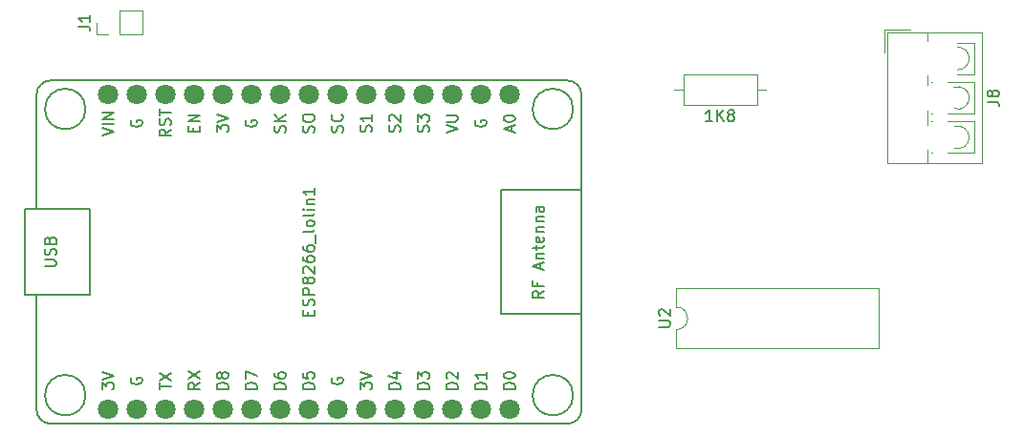
<source format=gbr>
%TF.GenerationSoftware,KiCad,Pcbnew,(6.0.10)*%
%TF.CreationDate,2023-04-28T14:23:09-06:00*%
%TF.ProjectId,H2O-Esquem_tico_2023ver3-KiCad,48324f2d-4573-4717-9565-6de17469636f,rev?*%
%TF.SameCoordinates,Original*%
%TF.FileFunction,Legend,Top*%
%TF.FilePolarity,Positive*%
%FSLAX46Y46*%
G04 Gerber Fmt 4.6, Leading zero omitted, Abs format (unit mm)*
G04 Created by KiCad (PCBNEW (6.0.10)) date 2023-04-28 14:23:09*
%MOMM*%
%LPD*%
G01*
G04 APERTURE LIST*
%ADD10C,0.150000*%
%ADD11C,0.120000*%
%ADD12C,1.800000*%
G04 APERTURE END LIST*
D10*
%TO.C,U2*%
X147817380Y-93001904D02*
X148626904Y-93001904D01*
X148722142Y-92954285D01*
X148769761Y-92906666D01*
X148817380Y-92811428D01*
X148817380Y-92620952D01*
X148769761Y-92525714D01*
X148722142Y-92478095D01*
X148626904Y-92430476D01*
X147817380Y-92430476D01*
X147912619Y-92001904D02*
X147865000Y-91954285D01*
X147817380Y-91859047D01*
X147817380Y-91620952D01*
X147865000Y-91525714D01*
X147912619Y-91478095D01*
X148007857Y-91430476D01*
X148103095Y-91430476D01*
X148245952Y-91478095D01*
X148817380Y-92049523D01*
X148817380Y-91430476D01*
%TO.C,J1*%
X96452380Y-66343166D02*
X97166666Y-66343166D01*
X97309523Y-66390785D01*
X97404761Y-66486023D01*
X97452380Y-66628880D01*
X97452380Y-66724118D01*
X97452380Y-65343166D02*
X97452380Y-65914594D01*
X97452380Y-65628880D02*
X96452380Y-65628880D01*
X96595238Y-65724118D01*
X96690476Y-65819356D01*
X96738095Y-65914594D01*
%TO.C,ESP8266_lolin1*%
X116768571Y-91979047D02*
X116768571Y-91645714D01*
X117292380Y-91502857D02*
X117292380Y-91979047D01*
X116292380Y-91979047D01*
X116292380Y-91502857D01*
X117244761Y-91121904D02*
X117292380Y-90979047D01*
X117292380Y-90740952D01*
X117244761Y-90645714D01*
X117197142Y-90598095D01*
X117101904Y-90550476D01*
X117006666Y-90550476D01*
X116911428Y-90598095D01*
X116863809Y-90645714D01*
X116816190Y-90740952D01*
X116768571Y-90931428D01*
X116720952Y-91026666D01*
X116673333Y-91074285D01*
X116578095Y-91121904D01*
X116482857Y-91121904D01*
X116387619Y-91074285D01*
X116340000Y-91026666D01*
X116292380Y-90931428D01*
X116292380Y-90693333D01*
X116340000Y-90550476D01*
X117292380Y-90121904D02*
X116292380Y-90121904D01*
X116292380Y-89740952D01*
X116340000Y-89645714D01*
X116387619Y-89598095D01*
X116482857Y-89550476D01*
X116625714Y-89550476D01*
X116720952Y-89598095D01*
X116768571Y-89645714D01*
X116816190Y-89740952D01*
X116816190Y-90121904D01*
X116720952Y-88979047D02*
X116673333Y-89074285D01*
X116625714Y-89121904D01*
X116530476Y-89169523D01*
X116482857Y-89169523D01*
X116387619Y-89121904D01*
X116340000Y-89074285D01*
X116292380Y-88979047D01*
X116292380Y-88788571D01*
X116340000Y-88693333D01*
X116387619Y-88645714D01*
X116482857Y-88598095D01*
X116530476Y-88598095D01*
X116625714Y-88645714D01*
X116673333Y-88693333D01*
X116720952Y-88788571D01*
X116720952Y-88979047D01*
X116768571Y-89074285D01*
X116816190Y-89121904D01*
X116911428Y-89169523D01*
X117101904Y-89169523D01*
X117197142Y-89121904D01*
X117244761Y-89074285D01*
X117292380Y-88979047D01*
X117292380Y-88788571D01*
X117244761Y-88693333D01*
X117197142Y-88645714D01*
X117101904Y-88598095D01*
X116911428Y-88598095D01*
X116816190Y-88645714D01*
X116768571Y-88693333D01*
X116720952Y-88788571D01*
X116387619Y-88217142D02*
X116340000Y-88169523D01*
X116292380Y-88074285D01*
X116292380Y-87836190D01*
X116340000Y-87740952D01*
X116387619Y-87693333D01*
X116482857Y-87645714D01*
X116578095Y-87645714D01*
X116720952Y-87693333D01*
X117292380Y-88264761D01*
X117292380Y-87645714D01*
X116292380Y-86788571D02*
X116292380Y-86979047D01*
X116340000Y-87074285D01*
X116387619Y-87121904D01*
X116530476Y-87217142D01*
X116720952Y-87264761D01*
X117101904Y-87264761D01*
X117197142Y-87217142D01*
X117244761Y-87169523D01*
X117292380Y-87074285D01*
X117292380Y-86883809D01*
X117244761Y-86788571D01*
X117197142Y-86740952D01*
X117101904Y-86693333D01*
X116863809Y-86693333D01*
X116768571Y-86740952D01*
X116720952Y-86788571D01*
X116673333Y-86883809D01*
X116673333Y-87074285D01*
X116720952Y-87169523D01*
X116768571Y-87217142D01*
X116863809Y-87264761D01*
X116292380Y-85836190D02*
X116292380Y-86026666D01*
X116340000Y-86121904D01*
X116387619Y-86169523D01*
X116530476Y-86264761D01*
X116720952Y-86312380D01*
X117101904Y-86312380D01*
X117197142Y-86264761D01*
X117244761Y-86217142D01*
X117292380Y-86121904D01*
X117292380Y-85931428D01*
X117244761Y-85836190D01*
X117197142Y-85788571D01*
X117101904Y-85740952D01*
X116863809Y-85740952D01*
X116768571Y-85788571D01*
X116720952Y-85836190D01*
X116673333Y-85931428D01*
X116673333Y-86121904D01*
X116720952Y-86217142D01*
X116768571Y-86264761D01*
X116863809Y-86312380D01*
X117387619Y-85550476D02*
X117387619Y-84788571D01*
X117292380Y-84407619D02*
X117244761Y-84502857D01*
X117149523Y-84550476D01*
X116292380Y-84550476D01*
X117292380Y-83883809D02*
X117244761Y-83979047D01*
X117197142Y-84026666D01*
X117101904Y-84074285D01*
X116816190Y-84074285D01*
X116720952Y-84026666D01*
X116673333Y-83979047D01*
X116625714Y-83883809D01*
X116625714Y-83740952D01*
X116673333Y-83645714D01*
X116720952Y-83598095D01*
X116816190Y-83550476D01*
X117101904Y-83550476D01*
X117197142Y-83598095D01*
X117244761Y-83645714D01*
X117292380Y-83740952D01*
X117292380Y-83883809D01*
X117292380Y-82979047D02*
X117244761Y-83074285D01*
X117149523Y-83121904D01*
X116292380Y-83121904D01*
X117292380Y-82598095D02*
X116625714Y-82598095D01*
X116292380Y-82598095D02*
X116340000Y-82645714D01*
X116387619Y-82598095D01*
X116340000Y-82550476D01*
X116292380Y-82598095D01*
X116387619Y-82598095D01*
X116625714Y-82121904D02*
X117292380Y-82121904D01*
X116720952Y-82121904D02*
X116673333Y-82074285D01*
X116625714Y-81979047D01*
X116625714Y-81836190D01*
X116673333Y-81740952D01*
X116768571Y-81693333D01*
X117292380Y-81693333D01*
X117292380Y-80693333D02*
X117292380Y-81264761D01*
X117292380Y-80979047D02*
X116292380Y-80979047D01*
X116435238Y-81074285D01*
X116530476Y-81169523D01*
X116578095Y-81264761D01*
X129992380Y-98528095D02*
X128992380Y-98528095D01*
X128992380Y-98290000D01*
X129040000Y-98147142D01*
X129135238Y-98051904D01*
X129230476Y-98004285D01*
X129420952Y-97956666D01*
X129563809Y-97956666D01*
X129754285Y-98004285D01*
X129849523Y-98051904D01*
X129944761Y-98147142D01*
X129992380Y-98290000D01*
X129992380Y-98528095D01*
X129087619Y-97575714D02*
X129040000Y-97528095D01*
X128992380Y-97432857D01*
X128992380Y-97194761D01*
X129040000Y-97099523D01*
X129087619Y-97051904D01*
X129182857Y-97004285D01*
X129278095Y-97004285D01*
X129420952Y-97051904D01*
X129992380Y-97623333D01*
X129992380Y-97004285D01*
X131580000Y-74668095D02*
X131532380Y-74763333D01*
X131532380Y-74906190D01*
X131580000Y-75049047D01*
X131675238Y-75144285D01*
X131770476Y-75191904D01*
X131960952Y-75239523D01*
X132103809Y-75239523D01*
X132294285Y-75191904D01*
X132389523Y-75144285D01*
X132484761Y-75049047D01*
X132532380Y-74906190D01*
X132532380Y-74810952D01*
X132484761Y-74668095D01*
X132437142Y-74620476D01*
X132103809Y-74620476D01*
X132103809Y-74810952D01*
X98512380Y-76025238D02*
X99512380Y-75691904D01*
X98512380Y-75358571D01*
X99512380Y-75025238D02*
X98512380Y-75025238D01*
X99512380Y-74549047D02*
X98512380Y-74549047D01*
X99512380Y-73977619D01*
X98512380Y-73977619D01*
X122324761Y-75691904D02*
X122372380Y-75549047D01*
X122372380Y-75310952D01*
X122324761Y-75215714D01*
X122277142Y-75168095D01*
X122181904Y-75120476D01*
X122086666Y-75120476D01*
X121991428Y-75168095D01*
X121943809Y-75215714D01*
X121896190Y-75310952D01*
X121848571Y-75501428D01*
X121800952Y-75596666D01*
X121753333Y-75644285D01*
X121658095Y-75691904D01*
X121562857Y-75691904D01*
X121467619Y-75644285D01*
X121420000Y-75596666D01*
X121372380Y-75501428D01*
X121372380Y-75263333D01*
X121420000Y-75120476D01*
X122372380Y-74168095D02*
X122372380Y-74739523D01*
X122372380Y-74453809D02*
X121372380Y-74453809D01*
X121515238Y-74549047D01*
X121610476Y-74644285D01*
X121658095Y-74739523D01*
X109672380Y-98528095D02*
X108672380Y-98528095D01*
X108672380Y-98290000D01*
X108720000Y-98147142D01*
X108815238Y-98051904D01*
X108910476Y-98004285D01*
X109100952Y-97956666D01*
X109243809Y-97956666D01*
X109434285Y-98004285D01*
X109529523Y-98051904D01*
X109624761Y-98147142D01*
X109672380Y-98290000D01*
X109672380Y-98528095D01*
X109100952Y-97385238D02*
X109053333Y-97480476D01*
X109005714Y-97528095D01*
X108910476Y-97575714D01*
X108862857Y-97575714D01*
X108767619Y-97528095D01*
X108720000Y-97480476D01*
X108672380Y-97385238D01*
X108672380Y-97194761D01*
X108720000Y-97099523D01*
X108767619Y-97051904D01*
X108862857Y-97004285D01*
X108910476Y-97004285D01*
X109005714Y-97051904D01*
X109053333Y-97099523D01*
X109100952Y-97194761D01*
X109100952Y-97385238D01*
X109148571Y-97480476D01*
X109196190Y-97528095D01*
X109291428Y-97575714D01*
X109481904Y-97575714D01*
X109577142Y-97528095D01*
X109624761Y-97480476D01*
X109672380Y-97385238D01*
X109672380Y-97194761D01*
X109624761Y-97099523D01*
X109577142Y-97051904D01*
X109481904Y-97004285D01*
X109291428Y-97004285D01*
X109196190Y-97051904D01*
X109148571Y-97099523D01*
X109100952Y-97194761D01*
X107132380Y-97956666D02*
X106656190Y-98290000D01*
X107132380Y-98528095D02*
X106132380Y-98528095D01*
X106132380Y-98147142D01*
X106180000Y-98051904D01*
X106227619Y-98004285D01*
X106322857Y-97956666D01*
X106465714Y-97956666D01*
X106560952Y-98004285D01*
X106608571Y-98051904D01*
X106656190Y-98147142D01*
X106656190Y-98528095D01*
X106132380Y-97623333D02*
X107132380Y-96956666D01*
X106132380Y-96956666D02*
X107132380Y-97623333D01*
X134786666Y-75644285D02*
X134786666Y-75168095D01*
X135072380Y-75739523D02*
X134072380Y-75406190D01*
X135072380Y-75072857D01*
X134072380Y-74549047D02*
X134072380Y-74453809D01*
X134120000Y-74358571D01*
X134167619Y-74310952D01*
X134262857Y-74263333D01*
X134453333Y-74215714D01*
X134691428Y-74215714D01*
X134881904Y-74263333D01*
X134977142Y-74310952D01*
X135024761Y-74358571D01*
X135072380Y-74453809D01*
X135072380Y-74549047D01*
X135024761Y-74644285D01*
X134977142Y-74691904D01*
X134881904Y-74739523D01*
X134691428Y-74787142D01*
X134453333Y-74787142D01*
X134262857Y-74739523D01*
X134167619Y-74691904D01*
X134120000Y-74644285D01*
X134072380Y-74549047D01*
X118880000Y-97528095D02*
X118832380Y-97623333D01*
X118832380Y-97766190D01*
X118880000Y-97909047D01*
X118975238Y-98004285D01*
X119070476Y-98051904D01*
X119260952Y-98099523D01*
X119403809Y-98099523D01*
X119594285Y-98051904D01*
X119689523Y-98004285D01*
X119784761Y-97909047D01*
X119832380Y-97766190D01*
X119832380Y-97670952D01*
X119784761Y-97528095D01*
X119737142Y-97480476D01*
X119403809Y-97480476D01*
X119403809Y-97670952D01*
X101100000Y-97528095D02*
X101052380Y-97623333D01*
X101052380Y-97766190D01*
X101100000Y-97909047D01*
X101195238Y-98004285D01*
X101290476Y-98051904D01*
X101480952Y-98099523D01*
X101623809Y-98099523D01*
X101814285Y-98051904D01*
X101909523Y-98004285D01*
X102004761Y-97909047D01*
X102052380Y-97766190D01*
X102052380Y-97670952D01*
X102004761Y-97528095D01*
X101957142Y-97480476D01*
X101623809Y-97480476D01*
X101623809Y-97670952D01*
X112212380Y-98528095D02*
X111212380Y-98528095D01*
X111212380Y-98290000D01*
X111260000Y-98147142D01*
X111355238Y-98051904D01*
X111450476Y-98004285D01*
X111640952Y-97956666D01*
X111783809Y-97956666D01*
X111974285Y-98004285D01*
X112069523Y-98051904D01*
X112164761Y-98147142D01*
X112212380Y-98290000D01*
X112212380Y-98528095D01*
X111212380Y-97623333D02*
X111212380Y-96956666D01*
X112212380Y-97385238D01*
X135072380Y-98528095D02*
X134072380Y-98528095D01*
X134072380Y-98290000D01*
X134120000Y-98147142D01*
X134215238Y-98051904D01*
X134310476Y-98004285D01*
X134500952Y-97956666D01*
X134643809Y-97956666D01*
X134834285Y-98004285D01*
X134929523Y-98051904D01*
X135024761Y-98147142D01*
X135072380Y-98290000D01*
X135072380Y-98528095D01*
X134072380Y-97337619D02*
X134072380Y-97242380D01*
X134120000Y-97147142D01*
X134167619Y-97099523D01*
X134262857Y-97051904D01*
X134453333Y-97004285D01*
X134691428Y-97004285D01*
X134881904Y-97051904D01*
X134977142Y-97099523D01*
X135024761Y-97147142D01*
X135072380Y-97242380D01*
X135072380Y-97337619D01*
X135024761Y-97432857D01*
X134977142Y-97480476D01*
X134881904Y-97528095D01*
X134691428Y-97575714D01*
X134453333Y-97575714D01*
X134262857Y-97528095D01*
X134167619Y-97480476D01*
X134120000Y-97432857D01*
X134072380Y-97337619D01*
X121372380Y-98551904D02*
X121372380Y-97932857D01*
X121753333Y-98266190D01*
X121753333Y-98123333D01*
X121800952Y-98028095D01*
X121848571Y-97980476D01*
X121943809Y-97932857D01*
X122181904Y-97932857D01*
X122277142Y-97980476D01*
X122324761Y-98028095D01*
X122372380Y-98123333D01*
X122372380Y-98409047D01*
X122324761Y-98504285D01*
X122277142Y-98551904D01*
X121372380Y-97647142D02*
X122372380Y-97313809D01*
X121372380Y-96980476D01*
X127452380Y-98528095D02*
X126452380Y-98528095D01*
X126452380Y-98290000D01*
X126500000Y-98147142D01*
X126595238Y-98051904D01*
X126690476Y-98004285D01*
X126880952Y-97956666D01*
X127023809Y-97956666D01*
X127214285Y-98004285D01*
X127309523Y-98051904D01*
X127404761Y-98147142D01*
X127452380Y-98290000D01*
X127452380Y-98528095D01*
X126452380Y-97623333D02*
X126452380Y-97004285D01*
X126833333Y-97337619D01*
X126833333Y-97194761D01*
X126880952Y-97099523D01*
X126928571Y-97051904D01*
X127023809Y-97004285D01*
X127261904Y-97004285D01*
X127357142Y-97051904D01*
X127404761Y-97099523D01*
X127452380Y-97194761D01*
X127452380Y-97480476D01*
X127404761Y-97575714D01*
X127357142Y-97623333D01*
X124912380Y-98528095D02*
X123912380Y-98528095D01*
X123912380Y-98290000D01*
X123960000Y-98147142D01*
X124055238Y-98051904D01*
X124150476Y-98004285D01*
X124340952Y-97956666D01*
X124483809Y-97956666D01*
X124674285Y-98004285D01*
X124769523Y-98051904D01*
X124864761Y-98147142D01*
X124912380Y-98290000D01*
X124912380Y-98528095D01*
X124245714Y-97099523D02*
X124912380Y-97099523D01*
X123864761Y-97337619D02*
X124579047Y-97575714D01*
X124579047Y-96956666D01*
X119784761Y-75715714D02*
X119832380Y-75572857D01*
X119832380Y-75334761D01*
X119784761Y-75239523D01*
X119737142Y-75191904D01*
X119641904Y-75144285D01*
X119546666Y-75144285D01*
X119451428Y-75191904D01*
X119403809Y-75239523D01*
X119356190Y-75334761D01*
X119308571Y-75525238D01*
X119260952Y-75620476D01*
X119213333Y-75668095D01*
X119118095Y-75715714D01*
X119022857Y-75715714D01*
X118927619Y-75668095D01*
X118880000Y-75620476D01*
X118832380Y-75525238D01*
X118832380Y-75287142D01*
X118880000Y-75144285D01*
X119737142Y-74144285D02*
X119784761Y-74191904D01*
X119832380Y-74334761D01*
X119832380Y-74430000D01*
X119784761Y-74572857D01*
X119689523Y-74668095D01*
X119594285Y-74715714D01*
X119403809Y-74763333D01*
X119260952Y-74763333D01*
X119070476Y-74715714D01*
X118975238Y-74668095D01*
X118880000Y-74572857D01*
X118832380Y-74430000D01*
X118832380Y-74334761D01*
X118880000Y-74191904D01*
X118927619Y-74144285D01*
X124864761Y-75691904D02*
X124912380Y-75549047D01*
X124912380Y-75310952D01*
X124864761Y-75215714D01*
X124817142Y-75168095D01*
X124721904Y-75120476D01*
X124626666Y-75120476D01*
X124531428Y-75168095D01*
X124483809Y-75215714D01*
X124436190Y-75310952D01*
X124388571Y-75501428D01*
X124340952Y-75596666D01*
X124293333Y-75644285D01*
X124198095Y-75691904D01*
X124102857Y-75691904D01*
X124007619Y-75644285D01*
X123960000Y-75596666D01*
X123912380Y-75501428D01*
X123912380Y-75263333D01*
X123960000Y-75120476D01*
X124007619Y-74739523D02*
X123960000Y-74691904D01*
X123912380Y-74596666D01*
X123912380Y-74358571D01*
X123960000Y-74263333D01*
X124007619Y-74215714D01*
X124102857Y-74168095D01*
X124198095Y-74168095D01*
X124340952Y-74215714D01*
X124912380Y-74787142D01*
X124912380Y-74168095D01*
X117292380Y-98528095D02*
X116292380Y-98528095D01*
X116292380Y-98290000D01*
X116340000Y-98147142D01*
X116435238Y-98051904D01*
X116530476Y-98004285D01*
X116720952Y-97956666D01*
X116863809Y-97956666D01*
X117054285Y-98004285D01*
X117149523Y-98051904D01*
X117244761Y-98147142D01*
X117292380Y-98290000D01*
X117292380Y-98528095D01*
X116292380Y-97051904D02*
X116292380Y-97528095D01*
X116768571Y-97575714D01*
X116720952Y-97528095D01*
X116673333Y-97432857D01*
X116673333Y-97194761D01*
X116720952Y-97099523D01*
X116768571Y-97051904D01*
X116863809Y-97004285D01*
X117101904Y-97004285D01*
X117197142Y-97051904D01*
X117244761Y-97099523D01*
X117292380Y-97194761D01*
X117292380Y-97432857D01*
X117244761Y-97528095D01*
X117197142Y-97575714D01*
X117244761Y-75739523D02*
X117292380Y-75596666D01*
X117292380Y-75358571D01*
X117244761Y-75263333D01*
X117197142Y-75215714D01*
X117101904Y-75168095D01*
X117006666Y-75168095D01*
X116911428Y-75215714D01*
X116863809Y-75263333D01*
X116816190Y-75358571D01*
X116768571Y-75549047D01*
X116720952Y-75644285D01*
X116673333Y-75691904D01*
X116578095Y-75739523D01*
X116482857Y-75739523D01*
X116387619Y-75691904D01*
X116340000Y-75644285D01*
X116292380Y-75549047D01*
X116292380Y-75310952D01*
X116340000Y-75168095D01*
X116292380Y-74549047D02*
X116292380Y-74358571D01*
X116340000Y-74263333D01*
X116435238Y-74168095D01*
X116625714Y-74120476D01*
X116959047Y-74120476D01*
X117149523Y-74168095D01*
X117244761Y-74263333D01*
X117292380Y-74358571D01*
X117292380Y-74549047D01*
X117244761Y-74644285D01*
X117149523Y-74739523D01*
X116959047Y-74787142D01*
X116625714Y-74787142D01*
X116435238Y-74739523D01*
X116340000Y-74644285D01*
X116292380Y-74549047D01*
X127404761Y-75691904D02*
X127452380Y-75549047D01*
X127452380Y-75310952D01*
X127404761Y-75215714D01*
X127357142Y-75168095D01*
X127261904Y-75120476D01*
X127166666Y-75120476D01*
X127071428Y-75168095D01*
X127023809Y-75215714D01*
X126976190Y-75310952D01*
X126928571Y-75501428D01*
X126880952Y-75596666D01*
X126833333Y-75644285D01*
X126738095Y-75691904D01*
X126642857Y-75691904D01*
X126547619Y-75644285D01*
X126500000Y-75596666D01*
X126452380Y-75501428D01*
X126452380Y-75263333D01*
X126500000Y-75120476D01*
X126452380Y-74787142D02*
X126452380Y-74168095D01*
X126833333Y-74501428D01*
X126833333Y-74358571D01*
X126880952Y-74263333D01*
X126928571Y-74215714D01*
X127023809Y-74168095D01*
X127261904Y-74168095D01*
X127357142Y-74215714D01*
X127404761Y-74263333D01*
X127452380Y-74358571D01*
X127452380Y-74644285D01*
X127404761Y-74739523D01*
X127357142Y-74787142D01*
X132532380Y-98528095D02*
X131532380Y-98528095D01*
X131532380Y-98290000D01*
X131580000Y-98147142D01*
X131675238Y-98051904D01*
X131770476Y-98004285D01*
X131960952Y-97956666D01*
X132103809Y-97956666D01*
X132294285Y-98004285D01*
X132389523Y-98051904D01*
X132484761Y-98147142D01*
X132532380Y-98290000D01*
X132532380Y-98528095D01*
X132532380Y-97004285D02*
X132532380Y-97575714D01*
X132532380Y-97290000D02*
X131532380Y-97290000D01*
X131675238Y-97385238D01*
X131770476Y-97480476D01*
X131818095Y-97575714D01*
X111260000Y-74668095D02*
X111212380Y-74763333D01*
X111212380Y-74906190D01*
X111260000Y-75049047D01*
X111355238Y-75144285D01*
X111450476Y-75191904D01*
X111640952Y-75239523D01*
X111783809Y-75239523D01*
X111974285Y-75191904D01*
X112069523Y-75144285D01*
X112164761Y-75049047D01*
X112212380Y-74906190D01*
X112212380Y-74810952D01*
X112164761Y-74668095D01*
X112117142Y-74620476D01*
X111783809Y-74620476D01*
X111783809Y-74810952D01*
X137612380Y-89812380D02*
X137136190Y-90145714D01*
X137612380Y-90383809D02*
X136612380Y-90383809D01*
X136612380Y-90002857D01*
X136660000Y-89907619D01*
X136707619Y-89860000D01*
X136802857Y-89812380D01*
X136945714Y-89812380D01*
X137040952Y-89860000D01*
X137088571Y-89907619D01*
X137136190Y-90002857D01*
X137136190Y-90383809D01*
X137088571Y-89050476D02*
X137088571Y-89383809D01*
X137612380Y-89383809D02*
X136612380Y-89383809D01*
X136612380Y-88907619D01*
X137326666Y-87812380D02*
X137326666Y-87336190D01*
X137612380Y-87907619D02*
X136612380Y-87574285D01*
X137612380Y-87240952D01*
X136945714Y-86907619D02*
X137612380Y-86907619D01*
X137040952Y-86907619D02*
X136993333Y-86860000D01*
X136945714Y-86764761D01*
X136945714Y-86621904D01*
X136993333Y-86526666D01*
X137088571Y-86479047D01*
X137612380Y-86479047D01*
X136945714Y-86145714D02*
X136945714Y-85764761D01*
X136612380Y-86002857D02*
X137469523Y-86002857D01*
X137564761Y-85955238D01*
X137612380Y-85860000D01*
X137612380Y-85764761D01*
X137564761Y-85050476D02*
X137612380Y-85145714D01*
X137612380Y-85336190D01*
X137564761Y-85431428D01*
X137469523Y-85479047D01*
X137088571Y-85479047D01*
X136993333Y-85431428D01*
X136945714Y-85336190D01*
X136945714Y-85145714D01*
X136993333Y-85050476D01*
X137088571Y-85002857D01*
X137183809Y-85002857D01*
X137279047Y-85479047D01*
X136945714Y-84574285D02*
X137612380Y-84574285D01*
X137040952Y-84574285D02*
X136993333Y-84526666D01*
X136945714Y-84431428D01*
X136945714Y-84288571D01*
X136993333Y-84193333D01*
X137088571Y-84145714D01*
X137612380Y-84145714D01*
X136945714Y-83669523D02*
X137612380Y-83669523D01*
X137040952Y-83669523D02*
X136993333Y-83621904D01*
X136945714Y-83526666D01*
X136945714Y-83383809D01*
X136993333Y-83288571D01*
X137088571Y-83240952D01*
X137612380Y-83240952D01*
X137612380Y-82336190D02*
X137088571Y-82336190D01*
X136993333Y-82383809D01*
X136945714Y-82479047D01*
X136945714Y-82669523D01*
X136993333Y-82764761D01*
X137564761Y-82336190D02*
X137612380Y-82431428D01*
X137612380Y-82669523D01*
X137564761Y-82764761D01*
X137469523Y-82812380D01*
X137374285Y-82812380D01*
X137279047Y-82764761D01*
X137231428Y-82669523D01*
X137231428Y-82431428D01*
X137183809Y-82336190D01*
X114752380Y-98528095D02*
X113752380Y-98528095D01*
X113752380Y-98290000D01*
X113800000Y-98147142D01*
X113895238Y-98051904D01*
X113990476Y-98004285D01*
X114180952Y-97956666D01*
X114323809Y-97956666D01*
X114514285Y-98004285D01*
X114609523Y-98051904D01*
X114704761Y-98147142D01*
X114752380Y-98290000D01*
X114752380Y-98528095D01*
X113752380Y-97099523D02*
X113752380Y-97290000D01*
X113800000Y-97385238D01*
X113847619Y-97432857D01*
X113990476Y-97528095D01*
X114180952Y-97575714D01*
X114561904Y-97575714D01*
X114657142Y-97528095D01*
X114704761Y-97480476D01*
X114752380Y-97385238D01*
X114752380Y-97194761D01*
X114704761Y-97099523D01*
X114657142Y-97051904D01*
X114561904Y-97004285D01*
X114323809Y-97004285D01*
X114228571Y-97051904D01*
X114180952Y-97099523D01*
X114133333Y-97194761D01*
X114133333Y-97385238D01*
X114180952Y-97480476D01*
X114228571Y-97528095D01*
X114323809Y-97575714D01*
X101100000Y-74668095D02*
X101052380Y-74763333D01*
X101052380Y-74906190D01*
X101100000Y-75049047D01*
X101195238Y-75144285D01*
X101290476Y-75191904D01*
X101480952Y-75239523D01*
X101623809Y-75239523D01*
X101814285Y-75191904D01*
X101909523Y-75144285D01*
X102004761Y-75049047D01*
X102052380Y-74906190D01*
X102052380Y-74810952D01*
X102004761Y-74668095D01*
X101957142Y-74620476D01*
X101623809Y-74620476D01*
X101623809Y-74810952D01*
X114704761Y-75715714D02*
X114752380Y-75572857D01*
X114752380Y-75334761D01*
X114704761Y-75239523D01*
X114657142Y-75191904D01*
X114561904Y-75144285D01*
X114466666Y-75144285D01*
X114371428Y-75191904D01*
X114323809Y-75239523D01*
X114276190Y-75334761D01*
X114228571Y-75525238D01*
X114180952Y-75620476D01*
X114133333Y-75668095D01*
X114038095Y-75715714D01*
X113942857Y-75715714D01*
X113847619Y-75668095D01*
X113800000Y-75620476D01*
X113752380Y-75525238D01*
X113752380Y-75287142D01*
X113800000Y-75144285D01*
X114752380Y-74715714D02*
X113752380Y-74715714D01*
X114752380Y-74144285D02*
X114180952Y-74572857D01*
X113752380Y-74144285D02*
X114323809Y-74715714D01*
X98512380Y-98551904D02*
X98512380Y-97932857D01*
X98893333Y-98266190D01*
X98893333Y-98123333D01*
X98940952Y-98028095D01*
X98988571Y-97980476D01*
X99083809Y-97932857D01*
X99321904Y-97932857D01*
X99417142Y-97980476D01*
X99464761Y-98028095D01*
X99512380Y-98123333D01*
X99512380Y-98409047D01*
X99464761Y-98504285D01*
X99417142Y-98551904D01*
X98512380Y-97647142D02*
X99512380Y-97313809D01*
X98512380Y-96980476D01*
X103592380Y-98551904D02*
X103592380Y-97980476D01*
X104592380Y-98266190D02*
X103592380Y-98266190D01*
X103592380Y-97742380D02*
X104592380Y-97075714D01*
X103592380Y-97075714D02*
X104592380Y-97742380D01*
X106608571Y-75668095D02*
X106608571Y-75334761D01*
X107132380Y-75191904D02*
X107132380Y-75668095D01*
X106132380Y-75668095D01*
X106132380Y-75191904D01*
X107132380Y-74763333D02*
X106132380Y-74763333D01*
X107132380Y-74191904D01*
X106132380Y-74191904D01*
X108672380Y-75691904D02*
X108672380Y-75072857D01*
X109053333Y-75406190D01*
X109053333Y-75263333D01*
X109100952Y-75168095D01*
X109148571Y-75120476D01*
X109243809Y-75072857D01*
X109481904Y-75072857D01*
X109577142Y-75120476D01*
X109624761Y-75168095D01*
X109672380Y-75263333D01*
X109672380Y-75549047D01*
X109624761Y-75644285D01*
X109577142Y-75691904D01*
X108672380Y-74787142D02*
X109672380Y-74453809D01*
X108672380Y-74120476D01*
X93432380Y-87621904D02*
X94241904Y-87621904D01*
X94337142Y-87574285D01*
X94384761Y-87526666D01*
X94432380Y-87431428D01*
X94432380Y-87240952D01*
X94384761Y-87145714D01*
X94337142Y-87098095D01*
X94241904Y-87050476D01*
X93432380Y-87050476D01*
X94384761Y-86621904D02*
X94432380Y-86479047D01*
X94432380Y-86240952D01*
X94384761Y-86145714D01*
X94337142Y-86098095D01*
X94241904Y-86050476D01*
X94146666Y-86050476D01*
X94051428Y-86098095D01*
X94003809Y-86145714D01*
X93956190Y-86240952D01*
X93908571Y-86431428D01*
X93860952Y-86526666D01*
X93813333Y-86574285D01*
X93718095Y-86621904D01*
X93622857Y-86621904D01*
X93527619Y-86574285D01*
X93480000Y-86526666D01*
X93432380Y-86431428D01*
X93432380Y-86193333D01*
X93480000Y-86050476D01*
X93908571Y-85288571D02*
X93956190Y-85145714D01*
X94003809Y-85098095D01*
X94099047Y-85050476D01*
X94241904Y-85050476D01*
X94337142Y-85098095D01*
X94384761Y-85145714D01*
X94432380Y-85240952D01*
X94432380Y-85621904D01*
X93432380Y-85621904D01*
X93432380Y-85288571D01*
X93480000Y-85193333D01*
X93527619Y-85145714D01*
X93622857Y-85098095D01*
X93718095Y-85098095D01*
X93813333Y-85145714D01*
X93860952Y-85193333D01*
X93908571Y-85288571D01*
X93908571Y-85621904D01*
X104592380Y-75477619D02*
X104116190Y-75810952D01*
X104592380Y-76049047D02*
X103592380Y-76049047D01*
X103592380Y-75668095D01*
X103640000Y-75572857D01*
X103687619Y-75525238D01*
X103782857Y-75477619D01*
X103925714Y-75477619D01*
X104020952Y-75525238D01*
X104068571Y-75572857D01*
X104116190Y-75668095D01*
X104116190Y-76049047D01*
X104544761Y-75096666D02*
X104592380Y-74953809D01*
X104592380Y-74715714D01*
X104544761Y-74620476D01*
X104497142Y-74572857D01*
X104401904Y-74525238D01*
X104306666Y-74525238D01*
X104211428Y-74572857D01*
X104163809Y-74620476D01*
X104116190Y-74715714D01*
X104068571Y-74906190D01*
X104020952Y-75001428D01*
X103973333Y-75049047D01*
X103878095Y-75096666D01*
X103782857Y-75096666D01*
X103687619Y-75049047D01*
X103640000Y-75001428D01*
X103592380Y-74906190D01*
X103592380Y-74668095D01*
X103640000Y-74525238D01*
X103592380Y-74239523D02*
X103592380Y-73668095D01*
X104592380Y-73953809D02*
X103592380Y-73953809D01*
X128992380Y-75787142D02*
X129992380Y-75453809D01*
X128992380Y-75120476D01*
X128992380Y-74787142D02*
X129801904Y-74787142D01*
X129897142Y-74739523D01*
X129944761Y-74691904D01*
X129992380Y-74596666D01*
X129992380Y-74406190D01*
X129944761Y-74310952D01*
X129897142Y-74263333D01*
X129801904Y-74215714D01*
X128992380Y-74215714D01*
%TO.C,1K8*%
X152549523Y-74752380D02*
X151978095Y-74752380D01*
X152263809Y-74752380D02*
X152263809Y-73752380D01*
X152168571Y-73895238D01*
X152073333Y-73990476D01*
X151978095Y-74038095D01*
X152978095Y-74752380D02*
X152978095Y-73752380D01*
X153549523Y-74752380D02*
X153120952Y-74180952D01*
X153549523Y-73752380D02*
X152978095Y-74323809D01*
X154120952Y-74180952D02*
X154025714Y-74133333D01*
X153978095Y-74085714D01*
X153930476Y-73990476D01*
X153930476Y-73942857D01*
X153978095Y-73847619D01*
X154025714Y-73800000D01*
X154120952Y-73752380D01*
X154311428Y-73752380D01*
X154406666Y-73800000D01*
X154454285Y-73847619D01*
X154501904Y-73942857D01*
X154501904Y-73990476D01*
X154454285Y-74085714D01*
X154406666Y-74133333D01*
X154311428Y-74180952D01*
X154120952Y-74180952D01*
X154025714Y-74228571D01*
X153978095Y-74276190D01*
X153930476Y-74371428D01*
X153930476Y-74561904D01*
X153978095Y-74657142D01*
X154025714Y-74704761D01*
X154120952Y-74752380D01*
X154311428Y-74752380D01*
X154406666Y-74704761D01*
X154454285Y-74657142D01*
X154501904Y-74561904D01*
X154501904Y-74371428D01*
X154454285Y-74276190D01*
X154406666Y-74228571D01*
X154311428Y-74180952D01*
%TO.C,J8*%
X176922380Y-73008333D02*
X177636666Y-73008333D01*
X177779523Y-73055952D01*
X177874761Y-73151190D01*
X177922380Y-73294047D01*
X177922380Y-73389285D01*
X177350952Y-72389285D02*
X177303333Y-72484523D01*
X177255714Y-72532142D01*
X177160476Y-72579761D01*
X177112857Y-72579761D01*
X177017619Y-72532142D01*
X176970000Y-72484523D01*
X176922380Y-72389285D01*
X176922380Y-72198809D01*
X176970000Y-72103571D01*
X177017619Y-72055952D01*
X177112857Y-72008333D01*
X177160476Y-72008333D01*
X177255714Y-72055952D01*
X177303333Y-72103571D01*
X177350952Y-72198809D01*
X177350952Y-72389285D01*
X177398571Y-72484523D01*
X177446190Y-72532142D01*
X177541428Y-72579761D01*
X177731904Y-72579761D01*
X177827142Y-72532142D01*
X177874761Y-72484523D01*
X177922380Y-72389285D01*
X177922380Y-72198809D01*
X177874761Y-72103571D01*
X177827142Y-72055952D01*
X177731904Y-72008333D01*
X177541428Y-72008333D01*
X177446190Y-72055952D01*
X177398571Y-72103571D01*
X177350952Y-72198809D01*
D11*
%TO.C,U2*%
X149365000Y-89590000D02*
X149365000Y-91240000D01*
X149365000Y-94890000D02*
X167265000Y-94890000D01*
X149365000Y-93240000D02*
X149365000Y-94890000D01*
X167265000Y-89590000D02*
X149365000Y-89590000D01*
X167265000Y-94890000D02*
X167265000Y-89590000D01*
X149365000Y-93240000D02*
G75*
G03*
X149365000Y-91240000I0J1000000D01*
G01*
%TO.C,J1*%
X102120000Y-67069833D02*
X102120000Y-64949833D01*
X99060000Y-67069833D02*
X98000000Y-67069833D01*
X98000000Y-67069833D02*
X98000000Y-66009833D01*
X100060000Y-67069833D02*
X100060000Y-64949833D01*
X100060000Y-67069833D02*
X102120000Y-67069833D01*
X100060000Y-64949833D02*
X102120000Y-64949833D01*
D10*
%TO.C,ESP8266_lolin1*%
X97440000Y-90160000D02*
X91710000Y-90160000D01*
X139700000Y-71120000D02*
X93980000Y-71120000D01*
X133840000Y-80860000D02*
X140970000Y-80860000D01*
X139700000Y-101600000D02*
X93980000Y-101600000D01*
X140970000Y-100330000D02*
X140970000Y-72390000D01*
X91710000Y-82560000D02*
X97440000Y-82560000D01*
X92710000Y-82560000D02*
X92710000Y-72390000D01*
X140970000Y-91860000D02*
X133840000Y-91860000D01*
X133840000Y-91860000D02*
X133840000Y-80860000D01*
X91710000Y-90160000D02*
X91710000Y-82560000D01*
X92710000Y-100340000D02*
X92710000Y-90170000D01*
X97440000Y-82560000D02*
X97440000Y-90160000D01*
X140970000Y-72390000D02*
G75*
G03*
X139700000Y-71120000I-1269999J1D01*
G01*
X93980000Y-71120000D02*
G75*
G03*
X92710000Y-72390000I-1J-1269999D01*
G01*
X92710000Y-100330000D02*
G75*
G03*
X93980000Y-101600000I1270000J0D01*
G01*
X139700000Y-101600000D02*
G75*
G03*
X140970000Y-100330000I0J1270000D01*
G01*
X97046051Y-99060000D02*
G75*
G03*
X97046051Y-99060000I-1796051J0D01*
G01*
X140226051Y-99060000D02*
G75*
G03*
X140226051Y-99060000I-1796051J0D01*
G01*
X97046051Y-73660000D02*
G75*
G03*
X97046051Y-73660000I-1796051J0D01*
G01*
X140226051Y-73660000D02*
G75*
G03*
X140226051Y-73660000I-1796051J0D01*
G01*
D11*
%TO.C,1K8*%
X156510000Y-70560000D02*
X149970000Y-70560000D01*
X157280000Y-71930000D02*
X156510000Y-71930000D01*
X149970000Y-70560000D02*
X149970000Y-73300000D01*
X149970000Y-73300000D02*
X156510000Y-73300000D01*
X149200000Y-71930000D02*
X149970000Y-71930000D01*
X156510000Y-73300000D02*
X156510000Y-70560000D01*
%TO.C,J8*%
X175710000Y-71275000D02*
X173399000Y-71275000D01*
X175710000Y-77575000D02*
X173399000Y-77575000D01*
X172021000Y-74775000D02*
X171960000Y-74775000D01*
X172021000Y-74075000D02*
X171960000Y-74075000D01*
X172021000Y-71275000D02*
X171960000Y-71275000D01*
X171609000Y-66865000D02*
X171609000Y-67635000D01*
X176470000Y-78485000D02*
X168050000Y-78485000D01*
X175710000Y-67775000D02*
X175710000Y-70575000D01*
X171960000Y-74775000D02*
X171960000Y-74776000D01*
X171609000Y-73809000D02*
X171609000Y-75042000D01*
X171960000Y-74075000D02*
X171960000Y-74075000D01*
X175710000Y-71275000D02*
X175710000Y-74075000D01*
X175710000Y-74075000D02*
X173399000Y-74075000D01*
X171960000Y-77575000D02*
X171960000Y-77575000D01*
X171609000Y-77309000D02*
X171609000Y-78485000D01*
X170050000Y-66625000D02*
X167810000Y-66625000D01*
X175710000Y-74775000D02*
X173399000Y-74775000D01*
X176470000Y-66865000D02*
X168050000Y-66865000D01*
X175710000Y-67775000D02*
X174250000Y-67775000D01*
X175710000Y-70575000D02*
X174250000Y-70575000D01*
X172021000Y-77575000D02*
X171960000Y-77575000D01*
X171609000Y-70715000D02*
X171609000Y-71542000D01*
X175710000Y-74775000D02*
X175710000Y-77575000D01*
X168050000Y-66865000D02*
X168050000Y-78485000D01*
X167810000Y-66625000D02*
X167810000Y-68625000D01*
X176470000Y-66865000D02*
X176470000Y-78485000D01*
X171960000Y-71275000D02*
X171960000Y-71276000D01*
X174241000Y-70173000D02*
G75*
G03*
X174239434Y-68177110I69000J998000D01*
G01*
X173968000Y-77115000D02*
G75*
G03*
X173967767Y-75235085I342000J940000D01*
G01*
X173968000Y-73615000D02*
G75*
G03*
X173967767Y-71735085I342000J940000D01*
G01*
%TD*%
D12*
%TO.C,ESP8266_lolin1*%
X134620000Y-72390000D03*
X132080000Y-72390000D03*
X129540000Y-72390000D03*
X127000000Y-72390000D03*
X124460000Y-72390000D03*
X121920000Y-72390000D03*
X119380000Y-72390000D03*
X116840000Y-72390000D03*
X114300000Y-72390000D03*
X111760000Y-72390000D03*
X109220000Y-72390000D03*
X106680000Y-72390000D03*
X104140000Y-72390000D03*
X101600000Y-72390000D03*
X99060000Y-72390000D03*
X99060000Y-100330000D03*
X101600000Y-100330000D03*
X104140000Y-100330000D03*
X106680000Y-100330000D03*
X109220000Y-100330000D03*
X111760000Y-100330000D03*
X114300000Y-100330000D03*
X116840000Y-100330000D03*
X119380000Y-100330000D03*
X121920000Y-100330000D03*
X124460000Y-100330000D03*
X127000000Y-100330000D03*
X129540000Y-100330000D03*
X132080000Y-100330000D03*
X134620000Y-100330000D03*
%TD*%
M02*

</source>
